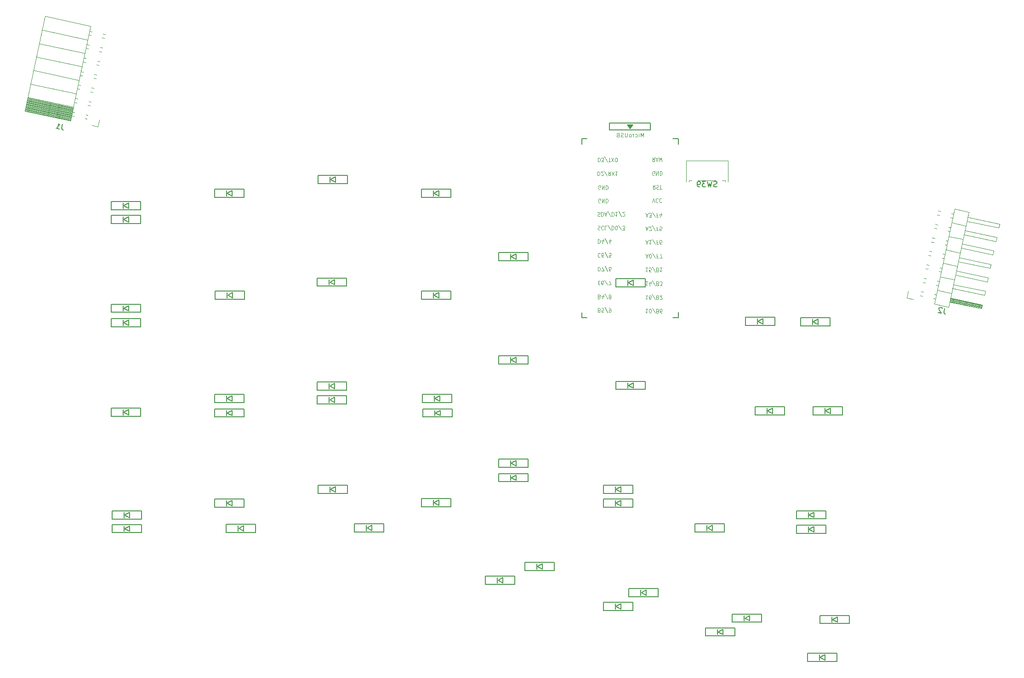
<source format=gbo>
G04 #@! TF.GenerationSoftware,KiCad,Pcbnew,(5.1.5-0-10_14)*
G04 #@! TF.CreationDate,2020-05-14T06:03:50+09:00*
G04 #@! TF.ProjectId,Colice,436f6c69-6365-42e6-9b69-6361645f7063,rev?*
G04 #@! TF.SameCoordinates,Original*
G04 #@! TF.FileFunction,Legend,Bot*
G04 #@! TF.FilePolarity,Positive*
%FSLAX46Y46*%
G04 Gerber Fmt 4.6, Leading zero omitted, Abs format (unit mm)*
G04 Created by KiCad (PCBNEW (5.1.5-0-10_14)) date 2020-05-14 06:03:50*
%MOMM*%
%LPD*%
G04 APERTURE LIST*
%ADD10C,0.150000*%
%ADD11C,0.120000*%
%ADD12C,0.125000*%
G04 APERTURE END LIST*
D10*
X198268750Y-74281500D02*
X199278750Y-74281500D01*
X216068750Y-74281500D02*
X215068750Y-74281500D01*
X198268750Y-73281500D02*
X198268750Y-74281500D01*
X216068750Y-73231500D02*
X216068750Y-74281500D01*
X198268750Y-41231500D02*
X199218750Y-41231500D01*
X216068750Y-41231500D02*
X215068750Y-41231500D01*
X198268750Y-41231500D02*
X198268750Y-42231500D01*
X216068750Y-41231500D02*
X216068750Y-42231500D01*
X210918750Y-38331500D02*
X210918750Y-39631500D01*
X210918750Y-39631500D02*
X203418750Y-39631500D01*
X203418750Y-39631500D02*
X203418750Y-38331500D01*
X203418750Y-38331500D02*
X210918750Y-38331500D01*
X207668750Y-38681500D02*
X206668750Y-38681500D01*
X206668750Y-38681500D02*
X207168750Y-39331500D01*
X207168750Y-39331500D02*
X207668750Y-38681500D01*
X207518750Y-38831500D02*
X206818750Y-38831500D01*
X207418750Y-38981500D02*
X206918750Y-38981500D01*
X207318750Y-39131500D02*
X207018750Y-39131500D01*
X226474000Y-132957000D02*
X226474000Y-131457000D01*
X221074000Y-132957000D02*
X226474000Y-132957000D01*
X221074000Y-131457000D02*
X221074000Y-132957000D01*
X226474000Y-131457000D02*
X221074000Y-131457000D01*
X223274000Y-131707000D02*
X223274000Y-132707000D01*
X224274000Y-132707000D02*
X223374000Y-132207000D01*
X224274000Y-131707000D02*
X224274000Y-132707000D01*
X223374000Y-132207000D02*
X224274000Y-131707000D01*
X232518000Y-91440000D02*
X233418000Y-90940000D01*
X233418000Y-90940000D02*
X233418000Y-91940000D01*
X233418000Y-91940000D02*
X232518000Y-91440000D01*
X232418000Y-90940000D02*
X232418000Y-91940000D01*
X235618000Y-90690000D02*
X230218000Y-90690000D01*
X230218000Y-90690000D02*
X230218000Y-92190000D01*
X230218000Y-92190000D02*
X235618000Y-92190000D01*
X235618000Y-92190000D02*
X235618000Y-90690000D01*
X209964000Y-87491000D02*
X209964000Y-85991000D01*
X204564000Y-87491000D02*
X209964000Y-87491000D01*
X204564000Y-85991000D02*
X204564000Y-87491000D01*
X209964000Y-85991000D02*
X204564000Y-85991000D01*
X206764000Y-86241000D02*
X206764000Y-87241000D01*
X207764000Y-87241000D02*
X206864000Y-86741000D01*
X207764000Y-86241000D02*
X207764000Y-87241000D01*
X206864000Y-86741000D02*
X207764000Y-86241000D01*
X188374000Y-63742000D02*
X188374000Y-62242000D01*
X182974000Y-63742000D02*
X188374000Y-63742000D01*
X182974000Y-62242000D02*
X182974000Y-63742000D01*
X188374000Y-62242000D02*
X182974000Y-62242000D01*
X185174000Y-62492000D02*
X185174000Y-63492000D01*
X186174000Y-63492000D02*
X185274000Y-62992000D01*
X186174000Y-62492000D02*
X186174000Y-63492000D01*
X185274000Y-62992000D02*
X186174000Y-62492000D01*
X233840000Y-75680000D02*
X233840000Y-74180000D01*
X228440000Y-75680000D02*
X233840000Y-75680000D01*
X228440000Y-74180000D02*
X228440000Y-75680000D01*
X233840000Y-74180000D02*
X228440000Y-74180000D01*
X230640000Y-74430000D02*
X230640000Y-75430000D01*
X231640000Y-75430000D02*
X230740000Y-74930000D01*
X231640000Y-74430000D02*
X231640000Y-75430000D01*
X230740000Y-74930000D02*
X231640000Y-74430000D01*
X209964000Y-68568000D02*
X209964000Y-67068000D01*
X204564000Y-68568000D02*
X209964000Y-68568000D01*
X204564000Y-67068000D02*
X204564000Y-68568000D01*
X209964000Y-67068000D02*
X204564000Y-67068000D01*
X206764000Y-67318000D02*
X206764000Y-68318000D01*
X207764000Y-68318000D02*
X206864000Y-67818000D01*
X207764000Y-67318000D02*
X207764000Y-68318000D01*
X206864000Y-67818000D02*
X207764000Y-67318000D01*
X207678000Y-106668000D02*
X207678000Y-105168000D01*
X202278000Y-106668000D02*
X207678000Y-106668000D01*
X202278000Y-105168000D02*
X202278000Y-106668000D01*
X207678000Y-105168000D02*
X202278000Y-105168000D01*
X204478000Y-105418000D02*
X204478000Y-106418000D01*
X205478000Y-106418000D02*
X204578000Y-105918000D01*
X205478000Y-105418000D02*
X205478000Y-106418000D01*
X204578000Y-105918000D02*
X205478000Y-105418000D01*
X212377000Y-125718000D02*
X212377000Y-124218000D01*
X206977000Y-125718000D02*
X212377000Y-125718000D01*
X206977000Y-124218000D02*
X206977000Y-125718000D01*
X212377000Y-124218000D02*
X206977000Y-124218000D01*
X209177000Y-124468000D02*
X209177000Y-125468000D01*
X210177000Y-125468000D02*
X209277000Y-124968000D01*
X210177000Y-124468000D02*
X210177000Y-125468000D01*
X209277000Y-124968000D02*
X210177000Y-124468000D01*
X207678000Y-128258000D02*
X207678000Y-126758000D01*
X202278000Y-128258000D02*
X207678000Y-128258000D01*
X202278000Y-126758000D02*
X202278000Y-128258000D01*
X207678000Y-126758000D02*
X202278000Y-126758000D01*
X204478000Y-127008000D02*
X204478000Y-128008000D01*
X205478000Y-128008000D02*
X204578000Y-127508000D01*
X205478000Y-127008000D02*
X205478000Y-128008000D01*
X204578000Y-127508000D02*
X205478000Y-127008000D01*
X188374000Y-82792000D02*
X188374000Y-81292000D01*
X182974000Y-82792000D02*
X188374000Y-82792000D01*
X182974000Y-81292000D02*
X182974000Y-82792000D01*
X188374000Y-81292000D02*
X182974000Y-81292000D01*
X185174000Y-81542000D02*
X185174000Y-82542000D01*
X186174000Y-82542000D02*
X185274000Y-82042000D01*
X186174000Y-81542000D02*
X186174000Y-82542000D01*
X185274000Y-82042000D02*
X186174000Y-81542000D01*
X188374000Y-101842000D02*
X188374000Y-100342000D01*
X182974000Y-101842000D02*
X188374000Y-101842000D01*
X182974000Y-100342000D02*
X182974000Y-101842000D01*
X188374000Y-100342000D02*
X182974000Y-100342000D01*
X185174000Y-100592000D02*
X185174000Y-101592000D01*
X186174000Y-101592000D02*
X185274000Y-101092000D01*
X186174000Y-100592000D02*
X186174000Y-101592000D01*
X185274000Y-101092000D02*
X186174000Y-100592000D01*
X193200000Y-120892000D02*
X193200000Y-119392000D01*
X187800000Y-120892000D02*
X193200000Y-120892000D01*
X187800000Y-119392000D02*
X187800000Y-120892000D01*
X193200000Y-119392000D02*
X187800000Y-119392000D01*
X190000000Y-119642000D02*
X190000000Y-120642000D01*
X191000000Y-120642000D02*
X190100000Y-120142000D01*
X191000000Y-119642000D02*
X191000000Y-120642000D01*
X190100000Y-120142000D02*
X191000000Y-119642000D01*
X174150000Y-52058000D02*
X174150000Y-50558000D01*
X168750000Y-52058000D02*
X174150000Y-52058000D01*
X168750000Y-50558000D02*
X168750000Y-52058000D01*
X174150000Y-50558000D02*
X168750000Y-50558000D01*
X170950000Y-50808000D02*
X170950000Y-51808000D01*
X171950000Y-51808000D02*
X171050000Y-51308000D01*
X171950000Y-50808000D02*
X171950000Y-51808000D01*
X171050000Y-51308000D02*
X171950000Y-50808000D01*
X174150000Y-70854000D02*
X174150000Y-69354000D01*
X168750000Y-70854000D02*
X174150000Y-70854000D01*
X168750000Y-69354000D02*
X168750000Y-70854000D01*
X174150000Y-69354000D02*
X168750000Y-69354000D01*
X170950000Y-69604000D02*
X170950000Y-70604000D01*
X171950000Y-70604000D02*
X171050000Y-70104000D01*
X171950000Y-69604000D02*
X171950000Y-70604000D01*
X171050000Y-70104000D02*
X171950000Y-69604000D01*
X174340500Y-89904000D02*
X174340500Y-88404000D01*
X168940500Y-89904000D02*
X174340500Y-89904000D01*
X168940500Y-88404000D02*
X168940500Y-89904000D01*
X174340500Y-88404000D02*
X168940500Y-88404000D01*
X171140500Y-88654000D02*
X171140500Y-89654000D01*
X172140500Y-89654000D02*
X171240500Y-89154000D01*
X172140500Y-88654000D02*
X172140500Y-89654000D01*
X171240500Y-89154000D02*
X172140500Y-88654000D01*
X174150000Y-109128630D02*
X174150000Y-107628630D01*
X168750000Y-109128630D02*
X174150000Y-109128630D01*
X168750000Y-107628630D02*
X168750000Y-109128630D01*
X174150000Y-107628630D02*
X168750000Y-107628630D01*
X170950000Y-107878630D02*
X170950000Y-108878630D01*
X171950000Y-108878630D02*
X171050000Y-108378630D01*
X171950000Y-107878630D02*
X171950000Y-108878630D01*
X171050000Y-108378630D02*
X171950000Y-107878630D01*
X161831000Y-113780000D02*
X161831000Y-112280000D01*
X156431000Y-113780000D02*
X161831000Y-113780000D01*
X156431000Y-112280000D02*
X156431000Y-113780000D01*
X161831000Y-112280000D02*
X156431000Y-112280000D01*
X158631000Y-112530000D02*
X158631000Y-113530000D01*
X159631000Y-113530000D02*
X158731000Y-113030000D01*
X159631000Y-112530000D02*
X159631000Y-113530000D01*
X158731000Y-113030000D02*
X159631000Y-112530000D01*
X155100000Y-49518000D02*
X155100000Y-48018000D01*
X149700000Y-49518000D02*
X155100000Y-49518000D01*
X149700000Y-48018000D02*
X149700000Y-49518000D01*
X155100000Y-48018000D02*
X149700000Y-48018000D01*
X151900000Y-48268000D02*
X151900000Y-49268000D01*
X152900000Y-49268000D02*
X152000000Y-48768000D01*
X152900000Y-48268000D02*
X152900000Y-49268000D01*
X152000000Y-48768000D02*
X152900000Y-48268000D01*
X154973000Y-68441000D02*
X154973000Y-66941000D01*
X149573000Y-68441000D02*
X154973000Y-68441000D01*
X149573000Y-66941000D02*
X149573000Y-68441000D01*
X154973000Y-66941000D02*
X149573000Y-66941000D01*
X151773000Y-67191000D02*
X151773000Y-68191000D01*
X152773000Y-68191000D02*
X151873000Y-67691000D01*
X152773000Y-67191000D02*
X152773000Y-68191000D01*
X151873000Y-67691000D02*
X152773000Y-67191000D01*
X154973000Y-87618000D02*
X154973000Y-86118000D01*
X149573000Y-87618000D02*
X154973000Y-87618000D01*
X149573000Y-86118000D02*
X149573000Y-87618000D01*
X154973000Y-86118000D02*
X149573000Y-86118000D01*
X151773000Y-86368000D02*
X151773000Y-87368000D01*
X152773000Y-87368000D02*
X151873000Y-86868000D01*
X152773000Y-86368000D02*
X152773000Y-87368000D01*
X151873000Y-86868000D02*
X152773000Y-86368000D01*
X155100000Y-106668000D02*
X155100000Y-105168000D01*
X149700000Y-106668000D02*
X155100000Y-106668000D01*
X149700000Y-105168000D02*
X149700000Y-106668000D01*
X155100000Y-105168000D02*
X149700000Y-105168000D01*
X151900000Y-105418000D02*
X151900000Y-106418000D01*
X152900000Y-106418000D02*
X152000000Y-105918000D01*
X152900000Y-105418000D02*
X152900000Y-106418000D01*
X152000000Y-105918000D02*
X152900000Y-105418000D01*
X138209000Y-113859850D02*
X138209000Y-112359850D01*
X132809000Y-113859850D02*
X138209000Y-113859850D01*
X132809000Y-112359850D02*
X132809000Y-113859850D01*
X138209000Y-112359850D02*
X132809000Y-112359850D01*
X135009000Y-112609850D02*
X135009000Y-113609850D01*
X136009000Y-113609850D02*
X135109000Y-113109850D01*
X136009000Y-112609850D02*
X136009000Y-113609850D01*
X135109000Y-113109850D02*
X136009000Y-112609850D01*
X136050000Y-52058000D02*
X136050000Y-50558000D01*
X130650000Y-52058000D02*
X136050000Y-52058000D01*
X130650000Y-50558000D02*
X130650000Y-52058000D01*
X136050000Y-50558000D02*
X130650000Y-50558000D01*
X132850000Y-50808000D02*
X132850000Y-51808000D01*
X133850000Y-51808000D02*
X132950000Y-51308000D01*
X133850000Y-50808000D02*
X133850000Y-51808000D01*
X132950000Y-51308000D02*
X133850000Y-50808000D01*
X136177000Y-70854000D02*
X136177000Y-69354000D01*
X130777000Y-70854000D02*
X136177000Y-70854000D01*
X130777000Y-69354000D02*
X130777000Y-70854000D01*
X136177000Y-69354000D02*
X130777000Y-69354000D01*
X132977000Y-69604000D02*
X132977000Y-70604000D01*
X133977000Y-70604000D02*
X133077000Y-70104000D01*
X133977000Y-69604000D02*
X133977000Y-70604000D01*
X133077000Y-70104000D02*
X133977000Y-69604000D01*
X136050000Y-89904000D02*
X136050000Y-88404000D01*
X130650000Y-89904000D02*
X136050000Y-89904000D01*
X130650000Y-88404000D02*
X130650000Y-89904000D01*
X136050000Y-88404000D02*
X130650000Y-88404000D01*
X132850000Y-88654000D02*
X132850000Y-89654000D01*
X133850000Y-89654000D02*
X132950000Y-89154000D01*
X133850000Y-88654000D02*
X133850000Y-89654000D01*
X132950000Y-89154000D02*
X133850000Y-88654000D01*
X136050000Y-109208000D02*
X136050000Y-107708000D01*
X130650000Y-109208000D02*
X136050000Y-109208000D01*
X130650000Y-107708000D02*
X130650000Y-109208000D01*
X136050000Y-107708000D02*
X130650000Y-107708000D01*
X132850000Y-107958000D02*
X132850000Y-108958000D01*
X133850000Y-108958000D02*
X132950000Y-108458000D01*
X133850000Y-107958000D02*
X133850000Y-108958000D01*
X132950000Y-108458000D02*
X133850000Y-107958000D01*
X117000000Y-54344000D02*
X117000000Y-52844000D01*
X111600000Y-54344000D02*
X117000000Y-54344000D01*
X111600000Y-52844000D02*
X111600000Y-54344000D01*
X117000000Y-52844000D02*
X111600000Y-52844000D01*
X113800000Y-53094000D02*
X113800000Y-54094000D01*
X114800000Y-54094000D02*
X113900000Y-53594000D01*
X114800000Y-53094000D02*
X114800000Y-54094000D01*
X113900000Y-53594000D02*
X114800000Y-53094000D01*
X117000000Y-73267000D02*
X117000000Y-71767000D01*
X111600000Y-73267000D02*
X117000000Y-73267000D01*
X111600000Y-71767000D02*
X111600000Y-73267000D01*
X117000000Y-71767000D02*
X111600000Y-71767000D01*
X113800000Y-72017000D02*
X113800000Y-73017000D01*
X114800000Y-73017000D02*
X113900000Y-72517000D01*
X114800000Y-72017000D02*
X114800000Y-73017000D01*
X113900000Y-72517000D02*
X114800000Y-72017000D01*
X117000000Y-92444000D02*
X117000000Y-90944000D01*
X111600000Y-92444000D02*
X117000000Y-92444000D01*
X111600000Y-90944000D02*
X111600000Y-92444000D01*
X117000000Y-90944000D02*
X111600000Y-90944000D01*
X113800000Y-91194000D02*
X113800000Y-92194000D01*
X114800000Y-92194000D02*
X113900000Y-91694000D01*
X114800000Y-91194000D02*
X114800000Y-92194000D01*
X113900000Y-91694000D02*
X114800000Y-91194000D01*
X117190500Y-111414630D02*
X117190500Y-109914630D01*
X111790500Y-111414630D02*
X117190500Y-111414630D01*
X111790500Y-109914630D02*
X111790500Y-111414630D01*
X117190500Y-109914630D02*
X111790500Y-109914630D01*
X113990500Y-110164630D02*
X113990500Y-111164630D01*
X114990500Y-111164630D02*
X114090500Y-110664630D01*
X114990500Y-110164630D02*
X114990500Y-111164630D01*
X114090500Y-110664630D02*
X114990500Y-110164630D01*
X117190500Y-113907000D02*
X117190500Y-112407000D01*
X111790500Y-113907000D02*
X117190500Y-113907000D01*
X111790500Y-112407000D02*
X111790500Y-113907000D01*
X117190500Y-112407000D02*
X111790500Y-112407000D01*
X113990500Y-112657000D02*
X113990500Y-113657000D01*
X114990500Y-113657000D02*
X114090500Y-113157000D01*
X114990500Y-112657000D02*
X114990500Y-113657000D01*
X114090500Y-113157000D02*
X114990500Y-112657000D01*
X246286000Y-92190000D02*
X246286000Y-90690000D01*
X240886000Y-92190000D02*
X246286000Y-92190000D01*
X240886000Y-90690000D02*
X240886000Y-92190000D01*
X246286000Y-90690000D02*
X240886000Y-90690000D01*
X243086000Y-90940000D02*
X243086000Y-91940000D01*
X244086000Y-91940000D02*
X243186000Y-91440000D01*
X244086000Y-90940000D02*
X244086000Y-91940000D01*
X243186000Y-91440000D02*
X244086000Y-90940000D01*
X242170000Y-136906000D02*
X243070000Y-136406000D01*
X243070000Y-136406000D02*
X243070000Y-137406000D01*
X243070000Y-137406000D02*
X242170000Y-136906000D01*
X242070000Y-136406000D02*
X242070000Y-137406000D01*
X245270000Y-136156000D02*
X239870000Y-136156000D01*
X239870000Y-136156000D02*
X239870000Y-137656000D01*
X239870000Y-137656000D02*
X245270000Y-137656000D01*
X245270000Y-137656000D02*
X245270000Y-136156000D01*
X243238000Y-111367000D02*
X243238000Y-109867000D01*
X237838000Y-111367000D02*
X243238000Y-111367000D01*
X237838000Y-109867000D02*
X237838000Y-111367000D01*
X243238000Y-109867000D02*
X237838000Y-109867000D01*
X240038000Y-110117000D02*
X240038000Y-111117000D01*
X241038000Y-111117000D02*
X240138000Y-110617000D01*
X241038000Y-110117000D02*
X241038000Y-111117000D01*
X240138000Y-110617000D02*
X241038000Y-110117000D01*
X228327000Y-129667000D02*
X229227000Y-129167000D01*
X229227000Y-129167000D02*
X229227000Y-130167000D01*
X229227000Y-130167000D02*
X228327000Y-129667000D01*
X228227000Y-129167000D02*
X228227000Y-130167000D01*
X231427000Y-128917000D02*
X226027000Y-128917000D01*
X226027000Y-128917000D02*
X226027000Y-130417000D01*
X226027000Y-130417000D02*
X231427000Y-130417000D01*
X231427000Y-130417000D02*
X231427000Y-128917000D01*
X185961000Y-123432000D02*
X185961000Y-121932000D01*
X180561000Y-123432000D02*
X185961000Y-123432000D01*
X180561000Y-121932000D02*
X180561000Y-123432000D01*
X185961000Y-121932000D02*
X180561000Y-121932000D01*
X182761000Y-122182000D02*
X182761000Y-123182000D01*
X183761000Y-123182000D02*
X182861000Y-122682000D01*
X183761000Y-122182000D02*
X183761000Y-123182000D01*
X182861000Y-122682000D02*
X183761000Y-122182000D01*
D11*
X223050200Y-48950600D02*
X219650200Y-48950600D01*
X224690200Y-48950600D02*
X224150200Y-48950600D01*
X218550200Y-48950600D02*
X218010200Y-48950600D01*
X218010200Y-48950600D02*
X218010200Y-49180600D01*
X225210200Y-45280600D02*
X225210200Y-49180600D01*
X217490200Y-45280600D02*
X217490200Y-49180600D01*
X225210200Y-45280600D02*
X217490200Y-45280600D01*
X224690200Y-48950600D02*
X224690200Y-49180600D01*
D10*
X113900000Y-75184000D02*
X114800000Y-74684000D01*
X114800000Y-74684000D02*
X114800000Y-75684000D01*
X114800000Y-75684000D02*
X113900000Y-75184000D01*
X113800000Y-74684000D02*
X113800000Y-75684000D01*
X117000000Y-74434000D02*
X111600000Y-74434000D01*
X111600000Y-74434000D02*
X111600000Y-75934000D01*
X111600000Y-75934000D02*
X117000000Y-75934000D01*
X117000000Y-75934000D02*
X117000000Y-74434000D01*
X117000000Y-56884000D02*
X117000000Y-55384000D01*
X111600000Y-56884000D02*
X117000000Y-56884000D01*
X111600000Y-55384000D02*
X111600000Y-56884000D01*
X117000000Y-55384000D02*
X111600000Y-55384000D01*
X113800000Y-55634000D02*
X113800000Y-56634000D01*
X114800000Y-56634000D02*
X113900000Y-56134000D01*
X114800000Y-55634000D02*
X114800000Y-56634000D01*
X113900000Y-56134000D02*
X114800000Y-55634000D01*
X136050000Y-92571000D02*
X136050000Y-91071000D01*
X130650000Y-92571000D02*
X136050000Y-92571000D01*
X130650000Y-91071000D02*
X130650000Y-92571000D01*
X136050000Y-91071000D02*
X130650000Y-91071000D01*
X132850000Y-91321000D02*
X132850000Y-92321000D01*
X133850000Y-92321000D02*
X132950000Y-91821000D01*
X133850000Y-91321000D02*
X133850000Y-92321000D01*
X132950000Y-91821000D02*
X133850000Y-91321000D01*
X240138000Y-113284000D02*
X241038000Y-112784000D01*
X241038000Y-112784000D02*
X241038000Y-113784000D01*
X241038000Y-113784000D02*
X240138000Y-113284000D01*
X240038000Y-112784000D02*
X240038000Y-113784000D01*
X243238000Y-112534000D02*
X237838000Y-112534000D01*
X237838000Y-112534000D02*
X237838000Y-114034000D01*
X237838000Y-114034000D02*
X243238000Y-114034000D01*
X243238000Y-114034000D02*
X243238000Y-112534000D01*
X244456000Y-129921000D02*
X245356000Y-129421000D01*
X245356000Y-129421000D02*
X245356000Y-130421000D01*
X245356000Y-130421000D02*
X244456000Y-129921000D01*
X244356000Y-129421000D02*
X244356000Y-130421000D01*
X247556000Y-129171000D02*
X242156000Y-129171000D01*
X242156000Y-129171000D02*
X242156000Y-130671000D01*
X242156000Y-130671000D02*
X247556000Y-130671000D01*
X247556000Y-130671000D02*
X247556000Y-129171000D01*
X224569000Y-113780000D02*
X224569000Y-112280000D01*
X219169000Y-113780000D02*
X224569000Y-113780000D01*
X219169000Y-112280000D02*
X219169000Y-113780000D01*
X224569000Y-112280000D02*
X219169000Y-112280000D01*
X221369000Y-112530000D02*
X221369000Y-113530000D01*
X222369000Y-113530000D02*
X221469000Y-113030000D01*
X222369000Y-112530000D02*
X222369000Y-113530000D01*
X221469000Y-113030000D02*
X222369000Y-112530000D01*
X151873000Y-89408000D02*
X152773000Y-88908000D01*
X152773000Y-88908000D02*
X152773000Y-89908000D01*
X152773000Y-89908000D02*
X151873000Y-89408000D01*
X151773000Y-88908000D02*
X151773000Y-89908000D01*
X154973000Y-88658000D02*
X149573000Y-88658000D01*
X149573000Y-88658000D02*
X149573000Y-90158000D01*
X149573000Y-90158000D02*
X154973000Y-90158000D01*
X154973000Y-90158000D02*
X154973000Y-88658000D01*
X174404000Y-92571000D02*
X174404000Y-91071000D01*
X169004000Y-92571000D02*
X174404000Y-92571000D01*
X169004000Y-91071000D02*
X169004000Y-92571000D01*
X174404000Y-91071000D02*
X169004000Y-91071000D01*
X171204000Y-91321000D02*
X171204000Y-92321000D01*
X172204000Y-92321000D02*
X171304000Y-91821000D01*
X172204000Y-91321000D02*
X172204000Y-92321000D01*
X171304000Y-91821000D02*
X172204000Y-91321000D01*
X185274000Y-103759000D02*
X186174000Y-103259000D01*
X186174000Y-103259000D02*
X186174000Y-104259000D01*
X186174000Y-104259000D02*
X185274000Y-103759000D01*
X185174000Y-103259000D02*
X185174000Y-104259000D01*
X188374000Y-103009000D02*
X182974000Y-103009000D01*
X182974000Y-103009000D02*
X182974000Y-104509000D01*
X182974000Y-104509000D02*
X188374000Y-104509000D01*
X188374000Y-104509000D02*
X188374000Y-103009000D01*
X207678000Y-109208000D02*
X207678000Y-107708000D01*
X202278000Y-109208000D02*
X207678000Y-109208000D01*
X202278000Y-107708000D02*
X202278000Y-109208000D01*
X207678000Y-107708000D02*
X202278000Y-107708000D01*
X204478000Y-107958000D02*
X204478000Y-108958000D01*
X205478000Y-108958000D02*
X204578000Y-108458000D01*
X205478000Y-107958000D02*
X205478000Y-108958000D01*
X204578000Y-108458000D02*
X205478000Y-107958000D01*
D11*
X263255305Y-71714265D02*
X266976924Y-54205423D01*
X266976924Y-54205423D02*
X269578797Y-54758468D01*
X269578797Y-54758468D02*
X265857178Y-72267310D01*
X265857178Y-72267310D02*
X263255305Y-71714265D01*
X266054694Y-71338070D02*
X271923579Y-72585540D01*
X271923579Y-72585540D02*
X272081592Y-71842148D01*
X272081592Y-71842148D02*
X266212707Y-70594678D01*
X266067168Y-71279381D02*
X271936054Y-72526851D01*
X266092118Y-71162003D02*
X271961003Y-72409473D01*
X266117067Y-71044625D02*
X271985953Y-72292096D01*
X266142017Y-70927248D02*
X272010902Y-72174718D01*
X266166966Y-70809870D02*
X272035852Y-72057340D01*
X266191915Y-70692492D02*
X272060801Y-71939962D01*
X263064427Y-70702469D02*
X263452821Y-70785025D01*
X263222440Y-69959077D02*
X263610834Y-70041632D01*
X260645537Y-70188318D02*
X261024150Y-70268795D01*
X260803550Y-69444926D02*
X261182163Y-69525402D01*
X263795875Y-69171081D02*
X266397748Y-69724126D01*
X266582789Y-68853575D02*
X272451675Y-70101045D01*
X272451675Y-70101045D02*
X272609688Y-69357653D01*
X272609688Y-69357653D02*
X266740802Y-68110183D01*
X263592523Y-68217974D02*
X263980917Y-68300530D01*
X263750536Y-67474582D02*
X264138930Y-67557138D01*
X261108028Y-67689878D02*
X261552246Y-67784300D01*
X261266041Y-66946486D02*
X261710259Y-67040908D01*
X264323971Y-66686586D02*
X266925844Y-67239631D01*
X267110885Y-66369080D02*
X272979771Y-67616550D01*
X272979771Y-67616550D02*
X273137784Y-66873158D01*
X273137784Y-66873158D02*
X267268898Y-65625688D01*
X264120618Y-65733479D02*
X264509012Y-65816035D01*
X264278631Y-64990087D02*
X264667025Y-65072643D01*
X261636123Y-65205383D02*
X262080341Y-65299805D01*
X261794136Y-64461991D02*
X262238354Y-64556413D01*
X264852067Y-64202091D02*
X267453939Y-64755136D01*
X267638981Y-63884585D02*
X273507866Y-65132055D01*
X273507866Y-65132055D02*
X273665879Y-64388663D01*
X273665879Y-64388663D02*
X267796994Y-63141193D01*
X264648714Y-63248984D02*
X265037108Y-63331540D01*
X264806727Y-62505592D02*
X265195121Y-62588148D01*
X262164219Y-62720889D02*
X262608437Y-62815310D01*
X262322232Y-61977496D02*
X262766450Y-62071918D01*
X265380162Y-61717596D02*
X267982035Y-62270641D01*
X268167076Y-61400090D02*
X274035962Y-62647560D01*
X274035962Y-62647560D02*
X274193975Y-61904168D01*
X274193975Y-61904168D02*
X268325089Y-60656698D01*
X265176810Y-60764489D02*
X265565204Y-60847045D01*
X265334823Y-60021097D02*
X265723217Y-60103653D01*
X262692315Y-60236394D02*
X263136533Y-60330815D01*
X262850328Y-59493001D02*
X263294546Y-59587423D01*
X265908258Y-59233101D02*
X268510131Y-59786147D01*
X268695172Y-58915595D02*
X274564058Y-60163065D01*
X274564058Y-60163065D02*
X274722071Y-59419673D01*
X274722071Y-59419673D02*
X268853185Y-58172203D01*
X265704905Y-58279994D02*
X266093299Y-58362550D01*
X265862918Y-57536602D02*
X266251312Y-57619158D01*
X263220411Y-57751899D02*
X263664628Y-57846320D01*
X263378423Y-57008507D02*
X263822641Y-57102928D01*
X266436354Y-56748607D02*
X269038226Y-57301652D01*
X269223268Y-56431100D02*
X275092153Y-57678570D01*
X275092153Y-57678570D02*
X275250166Y-56935178D01*
X275250166Y-56935178D02*
X269381281Y-55687708D01*
X266233001Y-55795499D02*
X266621395Y-55878055D01*
X266391014Y-55052107D02*
X266779408Y-55134663D01*
X263748506Y-55267404D02*
X264192724Y-55361825D01*
X263906519Y-54524012D02*
X264350737Y-54618433D01*
X258396553Y-69321792D02*
X258132505Y-70564040D01*
X258132505Y-70564040D02*
X259374752Y-70828087D01*
X95697483Y-36040414D02*
X104138896Y-37834692D01*
X95722036Y-35924900D02*
X104163450Y-37719177D01*
X95746589Y-35809385D02*
X104188003Y-37603663D01*
X95771143Y-35693871D02*
X104212556Y-37488149D01*
X95795696Y-35578357D02*
X104237110Y-37372634D01*
X95820249Y-35462842D02*
X104261663Y-37257120D01*
X95844803Y-35347328D02*
X104286216Y-37141606D01*
X95869356Y-35231814D02*
X104310770Y-37026091D01*
X95893909Y-35116299D02*
X104335323Y-36910577D01*
X95918463Y-35000785D02*
X104359876Y-36795063D01*
X95943016Y-34885271D02*
X104384430Y-36679548D01*
X95967569Y-34769756D02*
X104408983Y-36564034D01*
X95992123Y-34654242D02*
X104433536Y-36448520D01*
X96016676Y-34538728D02*
X104458090Y-36333005D01*
X96041229Y-34423213D02*
X104482643Y-36217491D01*
X96065783Y-34307699D02*
X104507196Y-36101977D01*
X96090336Y-34192184D02*
X104531750Y-35986462D01*
X96114889Y-34076670D02*
X104556303Y-35870948D01*
X96139443Y-33961156D02*
X104580856Y-35755434D01*
X96163996Y-33845641D02*
X104605410Y-35639919D01*
X96188549Y-33730127D02*
X104629963Y-35524405D01*
X104315621Y-37003266D02*
X104716662Y-37088510D01*
X106770772Y-37525125D02*
X107142468Y-37604131D01*
X104465318Y-36299000D02*
X104866358Y-36384244D01*
X106920468Y-36820858D02*
X107292164Y-36899865D01*
X104843717Y-34518771D02*
X105244758Y-34604015D01*
X107298868Y-35040630D02*
X107729253Y-35132111D01*
X104993414Y-33814505D02*
X105394454Y-33899749D01*
X107448564Y-34336364D02*
X107878949Y-34427845D01*
X105371813Y-32034277D02*
X105772853Y-32119520D01*
X107826963Y-32556135D02*
X108257348Y-32647616D01*
X105521509Y-31330010D02*
X105922550Y-31415254D01*
X107976660Y-31851869D02*
X108407045Y-31943350D01*
X105899908Y-29549782D02*
X106300949Y-29635025D01*
X108355059Y-30071640D02*
X108785444Y-30163121D01*
X106049605Y-28845515D02*
X106450645Y-28930759D01*
X108504755Y-29367374D02*
X108935140Y-29458855D01*
X106428004Y-27065287D02*
X106829045Y-27150531D01*
X108883155Y-27587145D02*
X109313540Y-27678626D01*
X106577701Y-26361020D02*
X106978741Y-26446264D01*
X109032851Y-26882879D02*
X109463236Y-26974360D01*
X106956100Y-24580792D02*
X107357140Y-24666036D01*
X109411250Y-25102650D02*
X109841635Y-25194131D01*
X107105796Y-23876526D02*
X107506837Y-23961769D01*
X109560947Y-24398384D02*
X109991332Y-24489865D01*
X107484196Y-22096297D02*
X107885236Y-22181541D01*
X109939346Y-22618155D02*
X110369731Y-22709636D01*
X107633892Y-21392031D02*
X108034932Y-21477274D01*
X110089042Y-21913889D02*
X110519427Y-22005370D01*
X96213104Y-33614608D02*
X104654517Y-35408886D01*
X96741199Y-31130113D02*
X105182613Y-32924391D01*
X97269295Y-28645618D02*
X105710709Y-30439896D01*
X97797391Y-26161123D02*
X106238805Y-27955401D01*
X98325486Y-23676628D02*
X106766900Y-25470906D01*
X98853582Y-21192133D02*
X107294996Y-22986411D01*
X95672533Y-36157792D02*
X104113947Y-37952070D01*
X104113947Y-37952070D02*
X107835566Y-20443227D01*
X99394153Y-18648950D02*
X107835566Y-20443227D01*
X95672533Y-36157792D02*
X99394153Y-18648950D01*
X109112281Y-39014498D02*
X109388804Y-37713562D01*
X108026537Y-38783716D02*
X109112281Y-39014498D01*
D10*
X240900000Y-75009690D02*
X241800000Y-74509690D01*
X241800000Y-74509690D02*
X241800000Y-75509690D01*
X241800000Y-75509690D02*
X240900000Y-75009690D01*
X240800000Y-74509690D02*
X240800000Y-75509690D01*
X244000000Y-74259690D02*
X238600000Y-74259690D01*
X238600000Y-74259690D02*
X238600000Y-75759690D01*
X238600000Y-75759690D02*
X244000000Y-75759690D01*
X244000000Y-75759690D02*
X244000000Y-74259690D01*
D12*
X211701130Y-44692214D02*
X211477797Y-45049357D01*
X211318273Y-44692214D02*
X211318273Y-45442214D01*
X211573511Y-45442214D01*
X211637321Y-45406500D01*
X211669226Y-45370785D01*
X211701130Y-45299357D01*
X211701130Y-45192214D01*
X211669226Y-45120785D01*
X211637321Y-45085071D01*
X211573511Y-45049357D01*
X211318273Y-45049357D01*
X211956369Y-44906500D02*
X212275416Y-44906500D01*
X211892559Y-44692214D02*
X212115892Y-45442214D01*
X212339226Y-44692214D01*
X212498750Y-45442214D02*
X212658273Y-44692214D01*
X212785892Y-45227928D01*
X212913511Y-44692214D01*
X213073035Y-45442214D01*
X211653273Y-47956500D02*
X211589464Y-47992214D01*
X211493750Y-47992214D01*
X211398035Y-47956500D01*
X211334226Y-47885071D01*
X211302321Y-47813642D01*
X211270416Y-47670785D01*
X211270416Y-47563642D01*
X211302321Y-47420785D01*
X211334226Y-47349357D01*
X211398035Y-47277928D01*
X211493750Y-47242214D01*
X211557559Y-47242214D01*
X211653273Y-47277928D01*
X211685178Y-47313642D01*
X211685178Y-47563642D01*
X211557559Y-47563642D01*
X211972321Y-47242214D02*
X211972321Y-47992214D01*
X212355178Y-47242214D01*
X212355178Y-47992214D01*
X212674226Y-47242214D02*
X212674226Y-47992214D01*
X212833750Y-47992214D01*
X212929464Y-47956500D01*
X212993273Y-47885071D01*
X213025178Y-47813642D01*
X213057083Y-47670785D01*
X213057083Y-47563642D01*
X213025178Y-47420785D01*
X212993273Y-47349357D01*
X212929464Y-47277928D01*
X212833750Y-47242214D01*
X212674226Y-47242214D01*
X211796845Y-49792214D02*
X211573511Y-50149357D01*
X211413988Y-49792214D02*
X211413988Y-50542214D01*
X211669226Y-50542214D01*
X211733035Y-50506500D01*
X211764940Y-50470785D01*
X211796845Y-50399357D01*
X211796845Y-50292214D01*
X211764940Y-50220785D01*
X211733035Y-50185071D01*
X211669226Y-50149357D01*
X211413988Y-50149357D01*
X212052083Y-49827928D02*
X212147797Y-49792214D01*
X212307321Y-49792214D01*
X212371130Y-49827928D01*
X212403035Y-49863642D01*
X212434940Y-49935071D01*
X212434940Y-50006500D01*
X212403035Y-50077928D01*
X212371130Y-50113642D01*
X212307321Y-50149357D01*
X212179702Y-50185071D01*
X212115892Y-50220785D01*
X212083988Y-50256500D01*
X212052083Y-50327928D01*
X212052083Y-50399357D01*
X212083988Y-50470785D01*
X212115892Y-50506500D01*
X212179702Y-50542214D01*
X212339226Y-50542214D01*
X212434940Y-50506500D01*
X212626369Y-50542214D02*
X213009226Y-50542214D01*
X212817797Y-49792214D02*
X212817797Y-50542214D01*
X211270416Y-52992214D02*
X211493750Y-52242214D01*
X211717083Y-52992214D01*
X212323273Y-52313642D02*
X212291369Y-52277928D01*
X212195654Y-52242214D01*
X212131845Y-52242214D01*
X212036130Y-52277928D01*
X211972321Y-52349357D01*
X211940416Y-52420785D01*
X211908511Y-52563642D01*
X211908511Y-52670785D01*
X211940416Y-52813642D01*
X211972321Y-52885071D01*
X212036130Y-52956500D01*
X212131845Y-52992214D01*
X212195654Y-52992214D01*
X212291369Y-52956500D01*
X212323273Y-52920785D01*
X212993273Y-52313642D02*
X212961369Y-52277928D01*
X212865654Y-52242214D01*
X212801845Y-52242214D01*
X212706130Y-52277928D01*
X212642321Y-52349357D01*
X212610416Y-52420785D01*
X212578511Y-52563642D01*
X212578511Y-52670785D01*
X212610416Y-52813642D01*
X212642321Y-52885071D01*
X212706130Y-52956500D01*
X212801845Y-52992214D01*
X212865654Y-52992214D01*
X212961369Y-52956500D01*
X212993273Y-52920785D01*
X210128035Y-55156500D02*
X210447083Y-55156500D01*
X210064226Y-54942214D02*
X210287559Y-55692214D01*
X210510892Y-54942214D01*
X210670416Y-55692214D02*
X211085178Y-55692214D01*
X210861845Y-55406500D01*
X210957559Y-55406500D01*
X211021369Y-55370785D01*
X211053273Y-55335071D01*
X211085178Y-55263642D01*
X211085178Y-55085071D01*
X211053273Y-55013642D01*
X211021369Y-54977928D01*
X210957559Y-54942214D01*
X210766130Y-54942214D01*
X210702321Y-54977928D01*
X210670416Y-55013642D01*
X211850892Y-55727928D02*
X211276607Y-54763642D01*
X212297559Y-55335071D02*
X212074226Y-55335071D01*
X212074226Y-54942214D02*
X212074226Y-55692214D01*
X212393273Y-55692214D01*
X212935654Y-55442214D02*
X212935654Y-54942214D01*
X212776130Y-55727928D02*
X212616607Y-55192214D01*
X213031369Y-55192214D01*
X210128035Y-57656500D02*
X210447083Y-57656500D01*
X210064226Y-57442214D02*
X210287559Y-58192214D01*
X210510892Y-57442214D01*
X210702321Y-58120785D02*
X210734226Y-58156500D01*
X210798035Y-58192214D01*
X210957559Y-58192214D01*
X211021369Y-58156500D01*
X211053273Y-58120785D01*
X211085178Y-58049357D01*
X211085178Y-57977928D01*
X211053273Y-57870785D01*
X210670416Y-57442214D01*
X211085178Y-57442214D01*
X211850892Y-58227928D02*
X211276607Y-57263642D01*
X212297559Y-57835071D02*
X212074226Y-57835071D01*
X212074226Y-57442214D02*
X212074226Y-58192214D01*
X212393273Y-58192214D01*
X212967559Y-58192214D02*
X212648511Y-58192214D01*
X212616607Y-57835071D01*
X212648511Y-57870785D01*
X212712321Y-57906500D01*
X212871845Y-57906500D01*
X212935654Y-57870785D01*
X212967559Y-57835071D01*
X212999464Y-57763642D01*
X212999464Y-57585071D01*
X212967559Y-57513642D01*
X212935654Y-57477928D01*
X212871845Y-57442214D01*
X212712321Y-57442214D01*
X212648511Y-57477928D01*
X212616607Y-57513642D01*
X210128035Y-60156500D02*
X210447083Y-60156500D01*
X210064226Y-59942214D02*
X210287559Y-60692214D01*
X210510892Y-59942214D01*
X211085178Y-59942214D02*
X210702321Y-59942214D01*
X210893750Y-59942214D02*
X210893750Y-60692214D01*
X210829940Y-60585071D01*
X210766130Y-60513642D01*
X210702321Y-60477928D01*
X211850892Y-60727928D02*
X211276607Y-59763642D01*
X212297559Y-60335071D02*
X212074226Y-60335071D01*
X212074226Y-59942214D02*
X212074226Y-60692214D01*
X212393273Y-60692214D01*
X212935654Y-60692214D02*
X212808035Y-60692214D01*
X212744226Y-60656500D01*
X212712321Y-60620785D01*
X212648511Y-60513642D01*
X212616607Y-60370785D01*
X212616607Y-60085071D01*
X212648511Y-60013642D01*
X212680416Y-59977928D01*
X212744226Y-59942214D01*
X212871845Y-59942214D01*
X212935654Y-59977928D01*
X212967559Y-60013642D01*
X212999464Y-60085071D01*
X212999464Y-60263642D01*
X212967559Y-60335071D01*
X212935654Y-60370785D01*
X212871845Y-60406500D01*
X212744226Y-60406500D01*
X212680416Y-60370785D01*
X212648511Y-60335071D01*
X212616607Y-60263642D01*
X210128035Y-62706500D02*
X210447083Y-62706500D01*
X210064226Y-62492214D02*
X210287559Y-63242214D01*
X210510892Y-62492214D01*
X210861845Y-63242214D02*
X210925654Y-63242214D01*
X210989464Y-63206500D01*
X211021369Y-63170785D01*
X211053273Y-63099357D01*
X211085178Y-62956500D01*
X211085178Y-62777928D01*
X211053273Y-62635071D01*
X211021369Y-62563642D01*
X210989464Y-62527928D01*
X210925654Y-62492214D01*
X210861845Y-62492214D01*
X210798035Y-62527928D01*
X210766130Y-62563642D01*
X210734226Y-62635071D01*
X210702321Y-62777928D01*
X210702321Y-62956500D01*
X210734226Y-63099357D01*
X210766130Y-63170785D01*
X210798035Y-63206500D01*
X210861845Y-63242214D01*
X211850892Y-63277928D02*
X211276607Y-62313642D01*
X212297559Y-62885071D02*
X212074226Y-62885071D01*
X212074226Y-62492214D02*
X212074226Y-63242214D01*
X212393273Y-63242214D01*
X212584702Y-63242214D02*
X213031369Y-63242214D01*
X212744226Y-62492214D01*
X210431130Y-65042214D02*
X210048273Y-65042214D01*
X210239702Y-65042214D02*
X210239702Y-65792214D01*
X210175892Y-65685071D01*
X210112083Y-65613642D01*
X210048273Y-65577928D01*
X211037321Y-65792214D02*
X210718273Y-65792214D01*
X210686369Y-65435071D01*
X210718273Y-65470785D01*
X210782083Y-65506500D01*
X210941607Y-65506500D01*
X211005416Y-65470785D01*
X211037321Y-65435071D01*
X211069226Y-65363642D01*
X211069226Y-65185071D01*
X211037321Y-65113642D01*
X211005416Y-65077928D01*
X210941607Y-65042214D01*
X210782083Y-65042214D01*
X210718273Y-65077928D01*
X210686369Y-65113642D01*
X211834940Y-65827928D02*
X211260654Y-64863642D01*
X212281607Y-65435071D02*
X212377321Y-65399357D01*
X212409226Y-65363642D01*
X212441130Y-65292214D01*
X212441130Y-65185071D01*
X212409226Y-65113642D01*
X212377321Y-65077928D01*
X212313511Y-65042214D01*
X212058273Y-65042214D01*
X212058273Y-65792214D01*
X212281607Y-65792214D01*
X212345416Y-65756500D01*
X212377321Y-65720785D01*
X212409226Y-65649357D01*
X212409226Y-65577928D01*
X212377321Y-65506500D01*
X212345416Y-65470785D01*
X212281607Y-65435071D01*
X212058273Y-65435071D01*
X213079226Y-65042214D02*
X212696369Y-65042214D01*
X212887797Y-65042214D02*
X212887797Y-65792214D01*
X212823988Y-65685071D01*
X212760178Y-65613642D01*
X212696369Y-65577928D01*
X210431130Y-67592214D02*
X210048273Y-67592214D01*
X210239702Y-67592214D02*
X210239702Y-68342214D01*
X210175892Y-68235071D01*
X210112083Y-68163642D01*
X210048273Y-68127928D01*
X211005416Y-68092214D02*
X211005416Y-67592214D01*
X210845892Y-68377928D02*
X210686369Y-67842214D01*
X211101130Y-67842214D01*
X211834940Y-68377928D02*
X211260654Y-67413642D01*
X212281607Y-67985071D02*
X212377321Y-67949357D01*
X212409226Y-67913642D01*
X212441130Y-67842214D01*
X212441130Y-67735071D01*
X212409226Y-67663642D01*
X212377321Y-67627928D01*
X212313511Y-67592214D01*
X212058273Y-67592214D01*
X212058273Y-68342214D01*
X212281607Y-68342214D01*
X212345416Y-68306500D01*
X212377321Y-68270785D01*
X212409226Y-68199357D01*
X212409226Y-68127928D01*
X212377321Y-68056500D01*
X212345416Y-68020785D01*
X212281607Y-67985071D01*
X212058273Y-67985071D01*
X212664464Y-68342214D02*
X213079226Y-68342214D01*
X212855892Y-68056500D01*
X212951607Y-68056500D01*
X213015416Y-68020785D01*
X213047321Y-67985071D01*
X213079226Y-67913642D01*
X213079226Y-67735071D01*
X213047321Y-67663642D01*
X213015416Y-67627928D01*
X212951607Y-67592214D01*
X212760178Y-67592214D01*
X212696369Y-67627928D01*
X212664464Y-67663642D01*
X210431130Y-72642214D02*
X210048273Y-72642214D01*
X210239702Y-72642214D02*
X210239702Y-73392214D01*
X210175892Y-73285071D01*
X210112083Y-73213642D01*
X210048273Y-73177928D01*
X210845892Y-73392214D02*
X210909702Y-73392214D01*
X210973511Y-73356500D01*
X211005416Y-73320785D01*
X211037321Y-73249357D01*
X211069226Y-73106500D01*
X211069226Y-72927928D01*
X211037321Y-72785071D01*
X211005416Y-72713642D01*
X210973511Y-72677928D01*
X210909702Y-72642214D01*
X210845892Y-72642214D01*
X210782083Y-72677928D01*
X210750178Y-72713642D01*
X210718273Y-72785071D01*
X210686369Y-72927928D01*
X210686369Y-73106500D01*
X210718273Y-73249357D01*
X210750178Y-73320785D01*
X210782083Y-73356500D01*
X210845892Y-73392214D01*
X211834940Y-73427928D02*
X211260654Y-72463642D01*
X212281607Y-73035071D02*
X212377321Y-72999357D01*
X212409226Y-72963642D01*
X212441130Y-72892214D01*
X212441130Y-72785071D01*
X212409226Y-72713642D01*
X212377321Y-72677928D01*
X212313511Y-72642214D01*
X212058273Y-72642214D01*
X212058273Y-73392214D01*
X212281607Y-73392214D01*
X212345416Y-73356500D01*
X212377321Y-73320785D01*
X212409226Y-73249357D01*
X212409226Y-73177928D01*
X212377321Y-73106500D01*
X212345416Y-73070785D01*
X212281607Y-73035071D01*
X212058273Y-73035071D01*
X213015416Y-73392214D02*
X212887797Y-73392214D01*
X212823988Y-73356500D01*
X212792083Y-73320785D01*
X212728273Y-73213642D01*
X212696369Y-73070785D01*
X212696369Y-72785071D01*
X212728273Y-72713642D01*
X212760178Y-72677928D01*
X212823988Y-72642214D01*
X212951607Y-72642214D01*
X213015416Y-72677928D01*
X213047321Y-72713642D01*
X213079226Y-72785071D01*
X213079226Y-72963642D01*
X213047321Y-73035071D01*
X213015416Y-73070785D01*
X212951607Y-73106500D01*
X212823988Y-73106500D01*
X212760178Y-73070785D01*
X212728273Y-73035071D01*
X212696369Y-72963642D01*
X210431130Y-70142214D02*
X210048273Y-70142214D01*
X210239702Y-70142214D02*
X210239702Y-70892214D01*
X210175892Y-70785071D01*
X210112083Y-70713642D01*
X210048273Y-70677928D01*
X211005416Y-70892214D02*
X210877797Y-70892214D01*
X210813988Y-70856500D01*
X210782083Y-70820785D01*
X210718273Y-70713642D01*
X210686369Y-70570785D01*
X210686369Y-70285071D01*
X210718273Y-70213642D01*
X210750178Y-70177928D01*
X210813988Y-70142214D01*
X210941607Y-70142214D01*
X211005416Y-70177928D01*
X211037321Y-70213642D01*
X211069226Y-70285071D01*
X211069226Y-70463642D01*
X211037321Y-70535071D01*
X211005416Y-70570785D01*
X210941607Y-70606500D01*
X210813988Y-70606500D01*
X210750178Y-70570785D01*
X210718273Y-70535071D01*
X210686369Y-70463642D01*
X211834940Y-70927928D02*
X211260654Y-69963642D01*
X212281607Y-70535071D02*
X212377321Y-70499357D01*
X212409226Y-70463642D01*
X212441130Y-70392214D01*
X212441130Y-70285071D01*
X212409226Y-70213642D01*
X212377321Y-70177928D01*
X212313511Y-70142214D01*
X212058273Y-70142214D01*
X212058273Y-70892214D01*
X212281607Y-70892214D01*
X212345416Y-70856500D01*
X212377321Y-70820785D01*
X212409226Y-70749357D01*
X212409226Y-70677928D01*
X212377321Y-70606500D01*
X212345416Y-70570785D01*
X212281607Y-70535071D01*
X212058273Y-70535071D01*
X212696369Y-70820785D02*
X212728273Y-70856500D01*
X212792083Y-70892214D01*
X212951607Y-70892214D01*
X213015416Y-70856500D01*
X213047321Y-70820785D01*
X213079226Y-70749357D01*
X213079226Y-70677928D01*
X213047321Y-70570785D01*
X212664464Y-70142214D01*
X213079226Y-70142214D01*
X201331130Y-67835071D02*
X201554464Y-67835071D01*
X201650178Y-67442214D02*
X201331130Y-67442214D01*
X201331130Y-68192214D01*
X201650178Y-68192214D01*
X202224464Y-68192214D02*
X202096845Y-68192214D01*
X202033035Y-68156500D01*
X202001130Y-68120785D01*
X201937321Y-68013642D01*
X201905416Y-67870785D01*
X201905416Y-67585071D01*
X201937321Y-67513642D01*
X201969226Y-67477928D01*
X202033035Y-67442214D01*
X202160654Y-67442214D01*
X202224464Y-67477928D01*
X202256369Y-67513642D01*
X202288273Y-67585071D01*
X202288273Y-67763642D01*
X202256369Y-67835071D01*
X202224464Y-67870785D01*
X202160654Y-67906500D01*
X202033035Y-67906500D01*
X201969226Y-67870785D01*
X201937321Y-67835071D01*
X201905416Y-67763642D01*
X203053988Y-68227928D02*
X202479702Y-67263642D01*
X203213511Y-68192214D02*
X203660178Y-68192214D01*
X203373035Y-67442214D01*
X201299226Y-64892214D02*
X201299226Y-65642214D01*
X201458750Y-65642214D01*
X201554464Y-65606500D01*
X201618273Y-65535071D01*
X201650178Y-65463642D01*
X201682083Y-65320785D01*
X201682083Y-65213642D01*
X201650178Y-65070785D01*
X201618273Y-64999357D01*
X201554464Y-64927928D01*
X201458750Y-64892214D01*
X201299226Y-64892214D01*
X201905416Y-65642214D02*
X202352083Y-65642214D01*
X202064940Y-64892214D01*
X203085892Y-65677928D02*
X202511607Y-64713642D01*
X203596369Y-65642214D02*
X203468750Y-65642214D01*
X203404940Y-65606500D01*
X203373035Y-65570785D01*
X203309226Y-65463642D01*
X203277321Y-65320785D01*
X203277321Y-65035071D01*
X203309226Y-64963642D01*
X203341130Y-64927928D01*
X203404940Y-64892214D01*
X203532559Y-64892214D01*
X203596369Y-64927928D01*
X203628273Y-64963642D01*
X203660178Y-65035071D01*
X203660178Y-65213642D01*
X203628273Y-65285071D01*
X203596369Y-65320785D01*
X203532559Y-65356500D01*
X203404940Y-65356500D01*
X203341130Y-65320785D01*
X203309226Y-65285071D01*
X203277321Y-65213642D01*
X201703273Y-50556500D02*
X201639464Y-50592214D01*
X201543750Y-50592214D01*
X201448035Y-50556500D01*
X201384226Y-50485071D01*
X201352321Y-50413642D01*
X201320416Y-50270785D01*
X201320416Y-50163642D01*
X201352321Y-50020785D01*
X201384226Y-49949357D01*
X201448035Y-49877928D01*
X201543750Y-49842214D01*
X201607559Y-49842214D01*
X201703273Y-49877928D01*
X201735178Y-49913642D01*
X201735178Y-50163642D01*
X201607559Y-50163642D01*
X202022321Y-49842214D02*
X202022321Y-50592214D01*
X202405178Y-49842214D01*
X202405178Y-50592214D01*
X202724226Y-49842214D02*
X202724226Y-50592214D01*
X202883750Y-50592214D01*
X202979464Y-50556500D01*
X203043273Y-50485071D01*
X203075178Y-50413642D01*
X203107083Y-50270785D01*
X203107083Y-50163642D01*
X203075178Y-50020785D01*
X203043273Y-49949357D01*
X202979464Y-49877928D01*
X202883750Y-49842214D01*
X202724226Y-49842214D01*
X201703273Y-53006500D02*
X201639464Y-53042214D01*
X201543750Y-53042214D01*
X201448035Y-53006500D01*
X201384226Y-52935071D01*
X201352321Y-52863642D01*
X201320416Y-52720785D01*
X201320416Y-52613642D01*
X201352321Y-52470785D01*
X201384226Y-52399357D01*
X201448035Y-52327928D01*
X201543750Y-52292214D01*
X201607559Y-52292214D01*
X201703273Y-52327928D01*
X201735178Y-52363642D01*
X201735178Y-52613642D01*
X201607559Y-52613642D01*
X202022321Y-52292214D02*
X202022321Y-53042214D01*
X202405178Y-52292214D01*
X202405178Y-53042214D01*
X202724226Y-52292214D02*
X202724226Y-53042214D01*
X202883750Y-53042214D01*
X202979464Y-53006500D01*
X203043273Y-52935071D01*
X203075178Y-52863642D01*
X203107083Y-52720785D01*
X203107083Y-52613642D01*
X203075178Y-52470785D01*
X203043273Y-52399357D01*
X202979464Y-52327928D01*
X202883750Y-52292214D01*
X202724226Y-52292214D01*
X201274940Y-44742214D02*
X201274940Y-45492214D01*
X201434464Y-45492214D01*
X201530178Y-45456500D01*
X201593988Y-45385071D01*
X201625892Y-45313642D01*
X201657797Y-45170785D01*
X201657797Y-45063642D01*
X201625892Y-44920785D01*
X201593988Y-44849357D01*
X201530178Y-44777928D01*
X201434464Y-44742214D01*
X201274940Y-44742214D01*
X201881130Y-45492214D02*
X202295892Y-45492214D01*
X202072559Y-45206500D01*
X202168273Y-45206500D01*
X202232083Y-45170785D01*
X202263988Y-45135071D01*
X202295892Y-45063642D01*
X202295892Y-44885071D01*
X202263988Y-44813642D01*
X202232083Y-44777928D01*
X202168273Y-44742214D01*
X201976845Y-44742214D01*
X201913035Y-44777928D01*
X201881130Y-44813642D01*
X203061607Y-45527928D02*
X202487321Y-44563642D01*
X203189226Y-45492214D02*
X203572083Y-45492214D01*
X203380654Y-44742214D02*
X203380654Y-45492214D01*
X203731607Y-45492214D02*
X204178273Y-44742214D01*
X204178273Y-45492214D02*
X203731607Y-44742214D01*
X204561130Y-45492214D02*
X204624940Y-45492214D01*
X204688750Y-45456500D01*
X204720654Y-45420785D01*
X204752559Y-45349357D01*
X204784464Y-45206500D01*
X204784464Y-45027928D01*
X204752559Y-44885071D01*
X204720654Y-44813642D01*
X204688750Y-44777928D01*
X204624940Y-44742214D01*
X204561130Y-44742214D01*
X204497321Y-44777928D01*
X204465416Y-44813642D01*
X204433511Y-44885071D01*
X204401607Y-45027928D01*
X204401607Y-45206500D01*
X204433511Y-45349357D01*
X204465416Y-45420785D01*
X204497321Y-45456500D01*
X204561130Y-45492214D01*
X201299226Y-59792214D02*
X201299226Y-60542214D01*
X201458750Y-60542214D01*
X201554464Y-60506500D01*
X201618273Y-60435071D01*
X201650178Y-60363642D01*
X201682083Y-60220785D01*
X201682083Y-60113642D01*
X201650178Y-59970785D01*
X201618273Y-59899357D01*
X201554464Y-59827928D01*
X201458750Y-59792214D01*
X201299226Y-59792214D01*
X202256369Y-60292214D02*
X202256369Y-59792214D01*
X202096845Y-60577928D02*
X201937321Y-60042214D01*
X202352083Y-60042214D01*
X203085892Y-60577928D02*
X202511607Y-59613642D01*
X203596369Y-60292214D02*
X203596369Y-59792214D01*
X203436845Y-60577928D02*
X203277321Y-60042214D01*
X203692083Y-60042214D01*
X201225178Y-54827928D02*
X201320892Y-54792214D01*
X201480416Y-54792214D01*
X201544226Y-54827928D01*
X201576130Y-54863642D01*
X201608035Y-54935071D01*
X201608035Y-55006500D01*
X201576130Y-55077928D01*
X201544226Y-55113642D01*
X201480416Y-55149357D01*
X201352797Y-55185071D01*
X201288988Y-55220785D01*
X201257083Y-55256500D01*
X201225178Y-55327928D01*
X201225178Y-55399357D01*
X201257083Y-55470785D01*
X201288988Y-55506500D01*
X201352797Y-55542214D01*
X201512321Y-55542214D01*
X201608035Y-55506500D01*
X201895178Y-54792214D02*
X201895178Y-55542214D01*
X202054702Y-55542214D01*
X202150416Y-55506500D01*
X202214226Y-55435071D01*
X202246130Y-55363642D01*
X202278035Y-55220785D01*
X202278035Y-55113642D01*
X202246130Y-54970785D01*
X202214226Y-54899357D01*
X202150416Y-54827928D01*
X202054702Y-54792214D01*
X201895178Y-54792214D01*
X202533273Y-55006500D02*
X202852321Y-55006500D01*
X202469464Y-54792214D02*
X202692797Y-55542214D01*
X202916130Y-54792214D01*
X203618035Y-55577928D02*
X203043750Y-54613642D01*
X203841369Y-54792214D02*
X203841369Y-55542214D01*
X204000892Y-55542214D01*
X204096607Y-55506500D01*
X204160416Y-55435071D01*
X204192321Y-55363642D01*
X204224226Y-55220785D01*
X204224226Y-55113642D01*
X204192321Y-54970785D01*
X204160416Y-54899357D01*
X204096607Y-54827928D01*
X204000892Y-54792214D01*
X203841369Y-54792214D01*
X204862321Y-54792214D02*
X204479464Y-54792214D01*
X204670892Y-54792214D02*
X204670892Y-55542214D01*
X204607083Y-55435071D01*
X204543273Y-55363642D01*
X204479464Y-55327928D01*
X205628035Y-55577928D02*
X205053750Y-54613642D01*
X205819464Y-55470785D02*
X205851369Y-55506500D01*
X205915178Y-55542214D01*
X206074702Y-55542214D01*
X206138511Y-55506500D01*
X206170416Y-55470785D01*
X206202321Y-55399357D01*
X206202321Y-55327928D01*
X206170416Y-55220785D01*
X205787559Y-54792214D01*
X206202321Y-54792214D01*
X201241130Y-57327928D02*
X201336845Y-57292214D01*
X201496369Y-57292214D01*
X201560178Y-57327928D01*
X201592083Y-57363642D01*
X201623988Y-57435071D01*
X201623988Y-57506500D01*
X201592083Y-57577928D01*
X201560178Y-57613642D01*
X201496369Y-57649357D01*
X201368750Y-57685071D01*
X201304940Y-57720785D01*
X201273035Y-57756500D01*
X201241130Y-57827928D01*
X201241130Y-57899357D01*
X201273035Y-57970785D01*
X201304940Y-58006500D01*
X201368750Y-58042214D01*
X201528273Y-58042214D01*
X201623988Y-58006500D01*
X202293988Y-57363642D02*
X202262083Y-57327928D01*
X202166369Y-57292214D01*
X202102559Y-57292214D01*
X202006845Y-57327928D01*
X201943035Y-57399357D01*
X201911130Y-57470785D01*
X201879226Y-57613642D01*
X201879226Y-57720785D01*
X201911130Y-57863642D01*
X201943035Y-57935071D01*
X202006845Y-58006500D01*
X202102559Y-58042214D01*
X202166369Y-58042214D01*
X202262083Y-58006500D01*
X202293988Y-57970785D01*
X202900178Y-57292214D02*
X202581130Y-57292214D01*
X202581130Y-58042214D01*
X203602083Y-58077928D02*
X203027797Y-57113642D01*
X203825416Y-57292214D02*
X203825416Y-58042214D01*
X203984940Y-58042214D01*
X204080654Y-58006500D01*
X204144464Y-57935071D01*
X204176369Y-57863642D01*
X204208273Y-57720785D01*
X204208273Y-57613642D01*
X204176369Y-57470785D01*
X204144464Y-57399357D01*
X204080654Y-57327928D01*
X203984940Y-57292214D01*
X203825416Y-57292214D01*
X204623035Y-58042214D02*
X204686845Y-58042214D01*
X204750654Y-58006500D01*
X204782559Y-57970785D01*
X204814464Y-57899357D01*
X204846369Y-57756500D01*
X204846369Y-57577928D01*
X204814464Y-57435071D01*
X204782559Y-57363642D01*
X204750654Y-57327928D01*
X204686845Y-57292214D01*
X204623035Y-57292214D01*
X204559226Y-57327928D01*
X204527321Y-57363642D01*
X204495416Y-57435071D01*
X204463511Y-57577928D01*
X204463511Y-57756500D01*
X204495416Y-57899357D01*
X204527321Y-57970785D01*
X204559226Y-58006500D01*
X204623035Y-58042214D01*
X205612083Y-58077928D02*
X205037797Y-57113642D01*
X205771607Y-58042214D02*
X206186369Y-58042214D01*
X205963035Y-57756500D01*
X206058750Y-57756500D01*
X206122559Y-57720785D01*
X206154464Y-57685071D01*
X206186369Y-57613642D01*
X206186369Y-57435071D01*
X206154464Y-57363642D01*
X206122559Y-57327928D01*
X206058750Y-57292214D01*
X205867321Y-57292214D01*
X205803511Y-57327928D01*
X205771607Y-57363642D01*
X201682083Y-62413642D02*
X201650178Y-62377928D01*
X201554464Y-62342214D01*
X201490654Y-62342214D01*
X201394940Y-62377928D01*
X201331130Y-62449357D01*
X201299226Y-62520785D01*
X201267321Y-62663642D01*
X201267321Y-62770785D01*
X201299226Y-62913642D01*
X201331130Y-62985071D01*
X201394940Y-63056500D01*
X201490654Y-63092214D01*
X201554464Y-63092214D01*
X201650178Y-63056500D01*
X201682083Y-63020785D01*
X202256369Y-63092214D02*
X202128750Y-63092214D01*
X202064940Y-63056500D01*
X202033035Y-63020785D01*
X201969226Y-62913642D01*
X201937321Y-62770785D01*
X201937321Y-62485071D01*
X201969226Y-62413642D01*
X202001130Y-62377928D01*
X202064940Y-62342214D01*
X202192559Y-62342214D01*
X202256369Y-62377928D01*
X202288273Y-62413642D01*
X202320178Y-62485071D01*
X202320178Y-62663642D01*
X202288273Y-62735071D01*
X202256369Y-62770785D01*
X202192559Y-62806500D01*
X202064940Y-62806500D01*
X202001130Y-62770785D01*
X201969226Y-62735071D01*
X201937321Y-62663642D01*
X203085892Y-63127928D02*
X202511607Y-62163642D01*
X203628273Y-63092214D02*
X203309226Y-63092214D01*
X203277321Y-62735071D01*
X203309226Y-62770785D01*
X203373035Y-62806500D01*
X203532559Y-62806500D01*
X203596369Y-62770785D01*
X203628273Y-62735071D01*
X203660178Y-62663642D01*
X203660178Y-62485071D01*
X203628273Y-62413642D01*
X203596369Y-62377928D01*
X203532559Y-62342214D01*
X203373035Y-62342214D01*
X203309226Y-62377928D01*
X203277321Y-62413642D01*
X201522559Y-72885071D02*
X201618273Y-72849357D01*
X201650178Y-72813642D01*
X201682083Y-72742214D01*
X201682083Y-72635071D01*
X201650178Y-72563642D01*
X201618273Y-72527928D01*
X201554464Y-72492214D01*
X201299226Y-72492214D01*
X201299226Y-73242214D01*
X201522559Y-73242214D01*
X201586369Y-73206500D01*
X201618273Y-73170785D01*
X201650178Y-73099357D01*
X201650178Y-73027928D01*
X201618273Y-72956500D01*
X201586369Y-72920785D01*
X201522559Y-72885071D01*
X201299226Y-72885071D01*
X202288273Y-73242214D02*
X201969226Y-73242214D01*
X201937321Y-72885071D01*
X201969226Y-72920785D01*
X202033035Y-72956500D01*
X202192559Y-72956500D01*
X202256369Y-72920785D01*
X202288273Y-72885071D01*
X202320178Y-72813642D01*
X202320178Y-72635071D01*
X202288273Y-72563642D01*
X202256369Y-72527928D01*
X202192559Y-72492214D01*
X202033035Y-72492214D01*
X201969226Y-72527928D01*
X201937321Y-72563642D01*
X203085892Y-73277928D02*
X202511607Y-72313642D01*
X203341130Y-72492214D02*
X203468750Y-72492214D01*
X203532559Y-72527928D01*
X203564464Y-72563642D01*
X203628273Y-72670785D01*
X203660178Y-72813642D01*
X203660178Y-73099357D01*
X203628273Y-73170785D01*
X203596369Y-73206500D01*
X203532559Y-73242214D01*
X203404940Y-73242214D01*
X203341130Y-73206500D01*
X203309226Y-73170785D01*
X203277321Y-73099357D01*
X203277321Y-72920785D01*
X203309226Y-72849357D01*
X203341130Y-72813642D01*
X203404940Y-72777928D01*
X203532559Y-72777928D01*
X203596369Y-72813642D01*
X203628273Y-72849357D01*
X203660178Y-72920785D01*
X201195178Y-47292214D02*
X201195178Y-48042214D01*
X201354702Y-48042214D01*
X201450416Y-48006500D01*
X201514226Y-47935071D01*
X201546130Y-47863642D01*
X201578035Y-47720785D01*
X201578035Y-47613642D01*
X201546130Y-47470785D01*
X201514226Y-47399357D01*
X201450416Y-47327928D01*
X201354702Y-47292214D01*
X201195178Y-47292214D01*
X201833273Y-47970785D02*
X201865178Y-48006500D01*
X201928988Y-48042214D01*
X202088511Y-48042214D01*
X202152321Y-48006500D01*
X202184226Y-47970785D01*
X202216130Y-47899357D01*
X202216130Y-47827928D01*
X202184226Y-47720785D01*
X201801369Y-47292214D01*
X202216130Y-47292214D01*
X202981845Y-48077928D02*
X202407559Y-47113642D01*
X203588035Y-47292214D02*
X203364702Y-47649357D01*
X203205178Y-47292214D02*
X203205178Y-48042214D01*
X203460416Y-48042214D01*
X203524226Y-48006500D01*
X203556130Y-47970785D01*
X203588035Y-47899357D01*
X203588035Y-47792214D01*
X203556130Y-47720785D01*
X203524226Y-47685071D01*
X203460416Y-47649357D01*
X203205178Y-47649357D01*
X203811369Y-48042214D02*
X204258035Y-47292214D01*
X204258035Y-48042214D02*
X203811369Y-47292214D01*
X204864226Y-47292214D02*
X204481369Y-47292214D01*
X204672797Y-47292214D02*
X204672797Y-48042214D01*
X204608988Y-47935071D01*
X204545178Y-47863642D01*
X204481369Y-47827928D01*
X201522559Y-70385071D02*
X201618273Y-70349357D01*
X201650178Y-70313642D01*
X201682083Y-70242214D01*
X201682083Y-70135071D01*
X201650178Y-70063642D01*
X201618273Y-70027928D01*
X201554464Y-69992214D01*
X201299226Y-69992214D01*
X201299226Y-70742214D01*
X201522559Y-70742214D01*
X201586369Y-70706500D01*
X201618273Y-70670785D01*
X201650178Y-70599357D01*
X201650178Y-70527928D01*
X201618273Y-70456500D01*
X201586369Y-70420785D01*
X201522559Y-70385071D01*
X201299226Y-70385071D01*
X202256369Y-70492214D02*
X202256369Y-69992214D01*
X202096845Y-70777928D02*
X201937321Y-70242214D01*
X202352083Y-70242214D01*
X203085892Y-70777928D02*
X202511607Y-69813642D01*
X203404940Y-70420785D02*
X203341130Y-70456500D01*
X203309226Y-70492214D01*
X203277321Y-70563642D01*
X203277321Y-70599357D01*
X203309226Y-70670785D01*
X203341130Y-70706500D01*
X203404940Y-70742214D01*
X203532559Y-70742214D01*
X203596369Y-70706500D01*
X203628273Y-70670785D01*
X203660178Y-70599357D01*
X203660178Y-70563642D01*
X203628273Y-70492214D01*
X203596369Y-70456500D01*
X203532559Y-70420785D01*
X203404940Y-70420785D01*
X203341130Y-70385071D01*
X203309226Y-70349357D01*
X203277321Y-70277928D01*
X203277321Y-70135071D01*
X203309226Y-70063642D01*
X203341130Y-70027928D01*
X203404940Y-69992214D01*
X203532559Y-69992214D01*
X203596369Y-70027928D01*
X203628273Y-70063642D01*
X203660178Y-70135071D01*
X203660178Y-70277928D01*
X203628273Y-70349357D01*
X203596369Y-70385071D01*
X203532559Y-70420785D01*
D11*
X209665178Y-40920785D02*
X209665178Y-40170785D01*
X209415178Y-40706500D01*
X209165178Y-40170785D01*
X209165178Y-40920785D01*
X208808035Y-40920785D02*
X208808035Y-40420785D01*
X208808035Y-40170785D02*
X208843750Y-40206500D01*
X208808035Y-40242214D01*
X208772321Y-40206500D01*
X208808035Y-40170785D01*
X208808035Y-40242214D01*
X208129464Y-40885071D02*
X208200892Y-40920785D01*
X208343750Y-40920785D01*
X208415178Y-40885071D01*
X208450892Y-40849357D01*
X208486607Y-40777928D01*
X208486607Y-40563642D01*
X208450892Y-40492214D01*
X208415178Y-40456500D01*
X208343750Y-40420785D01*
X208200892Y-40420785D01*
X208129464Y-40456500D01*
X207808035Y-40920785D02*
X207808035Y-40420785D01*
X207808035Y-40563642D02*
X207772321Y-40492214D01*
X207736607Y-40456500D01*
X207665178Y-40420785D01*
X207593750Y-40420785D01*
X207236607Y-40920785D02*
X207308035Y-40885071D01*
X207343750Y-40849357D01*
X207379464Y-40777928D01*
X207379464Y-40563642D01*
X207343750Y-40492214D01*
X207308035Y-40456500D01*
X207236607Y-40420785D01*
X207129464Y-40420785D01*
X207058035Y-40456500D01*
X207022321Y-40492214D01*
X206986607Y-40563642D01*
X206986607Y-40777928D01*
X207022321Y-40849357D01*
X207058035Y-40885071D01*
X207129464Y-40920785D01*
X207236607Y-40920785D01*
X206665178Y-40170785D02*
X206665178Y-40777928D01*
X206629464Y-40849357D01*
X206593750Y-40885071D01*
X206522321Y-40920785D01*
X206379464Y-40920785D01*
X206308035Y-40885071D01*
X206272321Y-40849357D01*
X206236607Y-40777928D01*
X206236607Y-40170785D01*
X205915178Y-40885071D02*
X205808035Y-40920785D01*
X205629464Y-40920785D01*
X205558035Y-40885071D01*
X205522321Y-40849357D01*
X205486607Y-40777928D01*
X205486607Y-40706500D01*
X205522321Y-40635071D01*
X205558035Y-40599357D01*
X205629464Y-40563642D01*
X205772321Y-40527928D01*
X205843750Y-40492214D01*
X205879464Y-40456500D01*
X205915178Y-40385071D01*
X205915178Y-40313642D01*
X205879464Y-40242214D01*
X205843750Y-40206500D01*
X205772321Y-40170785D01*
X205593750Y-40170785D01*
X205486607Y-40206500D01*
X204915178Y-40527928D02*
X204808035Y-40563642D01*
X204772321Y-40599357D01*
X204736607Y-40670785D01*
X204736607Y-40777928D01*
X204772321Y-40849357D01*
X204808035Y-40885071D01*
X204879464Y-40920785D01*
X205165178Y-40920785D01*
X205165178Y-40170785D01*
X204915178Y-40170785D01*
X204843750Y-40206500D01*
X204808035Y-40242214D01*
X204772321Y-40313642D01*
X204772321Y-40385071D01*
X204808035Y-40456500D01*
X204843750Y-40492214D01*
X204915178Y-40527928D01*
X205165178Y-40527928D01*
D10*
X223159723Y-50065361D02*
X223016866Y-50112980D01*
X222778771Y-50112980D01*
X222683533Y-50065361D01*
X222635914Y-50017742D01*
X222588295Y-49922504D01*
X222588295Y-49827266D01*
X222635914Y-49732028D01*
X222683533Y-49684409D01*
X222778771Y-49636790D01*
X222969247Y-49589171D01*
X223064485Y-49541552D01*
X223112104Y-49493933D01*
X223159723Y-49398695D01*
X223159723Y-49303457D01*
X223112104Y-49208219D01*
X223064485Y-49160600D01*
X222969247Y-49112980D01*
X222731152Y-49112980D01*
X222588295Y-49160600D01*
X222254961Y-49112980D02*
X222016866Y-50112980D01*
X221826390Y-49398695D01*
X221635914Y-50112980D01*
X221397819Y-49112980D01*
X221112104Y-49112980D02*
X220493057Y-49112980D01*
X220826390Y-49493933D01*
X220683533Y-49493933D01*
X220588295Y-49541552D01*
X220540676Y-49589171D01*
X220493057Y-49684409D01*
X220493057Y-49922504D01*
X220540676Y-50017742D01*
X220588295Y-50065361D01*
X220683533Y-50112980D01*
X220969247Y-50112980D01*
X221064485Y-50065361D01*
X221112104Y-50017742D01*
X220016866Y-50112980D02*
X219826390Y-50112980D01*
X219731152Y-50065361D01*
X219683533Y-50017742D01*
X219588295Y-49874885D01*
X219540676Y-49684409D01*
X219540676Y-49303457D01*
X219588295Y-49208219D01*
X219635914Y-49160600D01*
X219731152Y-49112980D01*
X219921628Y-49112980D01*
X220016866Y-49160600D01*
X220064485Y-49208219D01*
X220112104Y-49303457D01*
X220112104Y-49541552D01*
X220064485Y-49636790D01*
X220016866Y-49684409D01*
X219921628Y-49732028D01*
X219731152Y-49732028D01*
X219635914Y-49684409D01*
X219588295Y-49636790D01*
X219540676Y-49541552D01*
X265138170Y-72515627D02*
X264989662Y-73214304D01*
X265006539Y-73363940D01*
X265079894Y-73476898D01*
X265209729Y-73553178D01*
X265302886Y-73572979D01*
X264699163Y-72519679D02*
X264662485Y-72463200D01*
X264579229Y-72396820D01*
X264346336Y-72347318D01*
X264243279Y-72374095D01*
X264186800Y-72410773D01*
X264120420Y-72494029D01*
X264100619Y-72587186D01*
X264117496Y-72736822D01*
X264557631Y-73414570D01*
X263952111Y-73285863D01*
X102640516Y-38551199D02*
X102492008Y-39249876D01*
X102508885Y-39399512D01*
X102582240Y-39512470D01*
X102712075Y-39588750D01*
X102805232Y-39608551D01*
X101454457Y-39321435D02*
X102013398Y-39440242D01*
X101733928Y-39380838D02*
X101941839Y-38402691D01*
X102005294Y-38562227D01*
X102078650Y-38675185D01*
X102161907Y-38741565D01*
M02*

</source>
